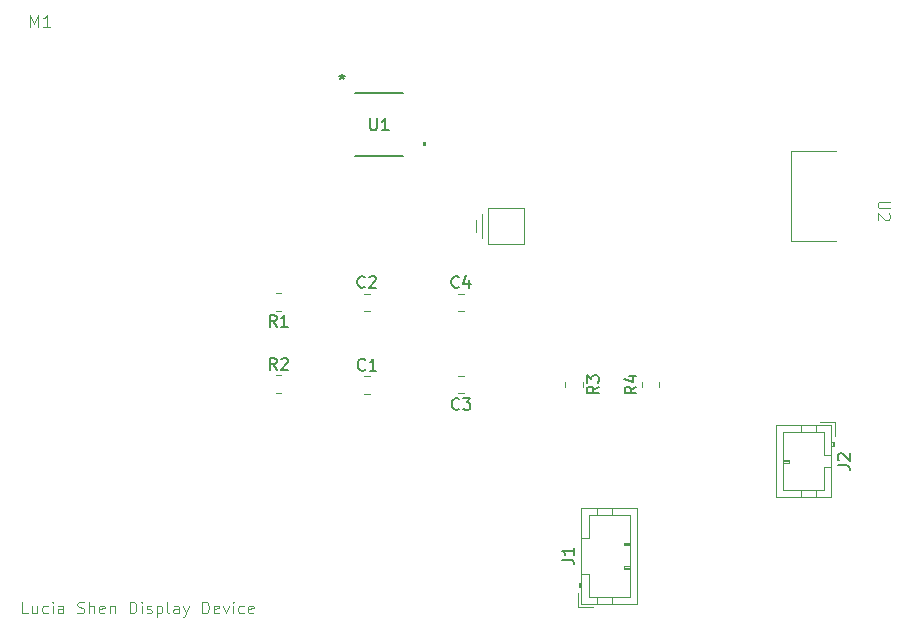
<source format=gbr>
%TF.GenerationSoftware,KiCad,Pcbnew,9.0.6*%
%TF.CreationDate,2026-02-22T18:14:21-08:00*%
%TF.ProjectId,display,64697370-6c61-4792-9e6b-696361645f70,rev?*%
%TF.SameCoordinates,Original*%
%TF.FileFunction,Legend,Top*%
%TF.FilePolarity,Positive*%
%FSLAX46Y46*%
G04 Gerber Fmt 4.6, Leading zero omitted, Abs format (unit mm)*
G04 Created by KiCad (PCBNEW 9.0.6) date 2026-02-22 18:14:21*
%MOMM*%
%LPD*%
G01*
G04 APERTURE LIST*
%ADD10C,0.100000*%
%ADD11C,0.150000*%
%ADD12C,0.120000*%
%ADD13C,0.000000*%
%ADD14C,0.152400*%
G04 APERTURE END LIST*
D10*
X111780074Y-130372419D02*
X111303884Y-130372419D01*
X111303884Y-130372419D02*
X111303884Y-129372419D01*
X112541979Y-129705752D02*
X112541979Y-130372419D01*
X112113408Y-129705752D02*
X112113408Y-130229561D01*
X112113408Y-130229561D02*
X112161027Y-130324800D01*
X112161027Y-130324800D02*
X112256265Y-130372419D01*
X112256265Y-130372419D02*
X112399122Y-130372419D01*
X112399122Y-130372419D02*
X112494360Y-130324800D01*
X112494360Y-130324800D02*
X112541979Y-130277180D01*
X113446741Y-130324800D02*
X113351503Y-130372419D01*
X113351503Y-130372419D02*
X113161027Y-130372419D01*
X113161027Y-130372419D02*
X113065789Y-130324800D01*
X113065789Y-130324800D02*
X113018170Y-130277180D01*
X113018170Y-130277180D02*
X112970551Y-130181942D01*
X112970551Y-130181942D02*
X112970551Y-129896228D01*
X112970551Y-129896228D02*
X113018170Y-129800990D01*
X113018170Y-129800990D02*
X113065789Y-129753371D01*
X113065789Y-129753371D02*
X113161027Y-129705752D01*
X113161027Y-129705752D02*
X113351503Y-129705752D01*
X113351503Y-129705752D02*
X113446741Y-129753371D01*
X113875313Y-130372419D02*
X113875313Y-129705752D01*
X113875313Y-129372419D02*
X113827694Y-129420038D01*
X113827694Y-129420038D02*
X113875313Y-129467657D01*
X113875313Y-129467657D02*
X113922932Y-129420038D01*
X113922932Y-129420038D02*
X113875313Y-129372419D01*
X113875313Y-129372419D02*
X113875313Y-129467657D01*
X114780074Y-130372419D02*
X114780074Y-129848609D01*
X114780074Y-129848609D02*
X114732455Y-129753371D01*
X114732455Y-129753371D02*
X114637217Y-129705752D01*
X114637217Y-129705752D02*
X114446741Y-129705752D01*
X114446741Y-129705752D02*
X114351503Y-129753371D01*
X114780074Y-130324800D02*
X114684836Y-130372419D01*
X114684836Y-130372419D02*
X114446741Y-130372419D01*
X114446741Y-130372419D02*
X114351503Y-130324800D01*
X114351503Y-130324800D02*
X114303884Y-130229561D01*
X114303884Y-130229561D02*
X114303884Y-130134323D01*
X114303884Y-130134323D02*
X114351503Y-130039085D01*
X114351503Y-130039085D02*
X114446741Y-129991466D01*
X114446741Y-129991466D02*
X114684836Y-129991466D01*
X114684836Y-129991466D02*
X114780074Y-129943847D01*
X115970551Y-130324800D02*
X116113408Y-130372419D01*
X116113408Y-130372419D02*
X116351503Y-130372419D01*
X116351503Y-130372419D02*
X116446741Y-130324800D01*
X116446741Y-130324800D02*
X116494360Y-130277180D01*
X116494360Y-130277180D02*
X116541979Y-130181942D01*
X116541979Y-130181942D02*
X116541979Y-130086704D01*
X116541979Y-130086704D02*
X116494360Y-129991466D01*
X116494360Y-129991466D02*
X116446741Y-129943847D01*
X116446741Y-129943847D02*
X116351503Y-129896228D01*
X116351503Y-129896228D02*
X116161027Y-129848609D01*
X116161027Y-129848609D02*
X116065789Y-129800990D01*
X116065789Y-129800990D02*
X116018170Y-129753371D01*
X116018170Y-129753371D02*
X115970551Y-129658133D01*
X115970551Y-129658133D02*
X115970551Y-129562895D01*
X115970551Y-129562895D02*
X116018170Y-129467657D01*
X116018170Y-129467657D02*
X116065789Y-129420038D01*
X116065789Y-129420038D02*
X116161027Y-129372419D01*
X116161027Y-129372419D02*
X116399122Y-129372419D01*
X116399122Y-129372419D02*
X116541979Y-129420038D01*
X116970551Y-130372419D02*
X116970551Y-129372419D01*
X117399122Y-130372419D02*
X117399122Y-129848609D01*
X117399122Y-129848609D02*
X117351503Y-129753371D01*
X117351503Y-129753371D02*
X117256265Y-129705752D01*
X117256265Y-129705752D02*
X117113408Y-129705752D01*
X117113408Y-129705752D02*
X117018170Y-129753371D01*
X117018170Y-129753371D02*
X116970551Y-129800990D01*
X118256265Y-130324800D02*
X118161027Y-130372419D01*
X118161027Y-130372419D02*
X117970551Y-130372419D01*
X117970551Y-130372419D02*
X117875313Y-130324800D01*
X117875313Y-130324800D02*
X117827694Y-130229561D01*
X117827694Y-130229561D02*
X117827694Y-129848609D01*
X117827694Y-129848609D02*
X117875313Y-129753371D01*
X117875313Y-129753371D02*
X117970551Y-129705752D01*
X117970551Y-129705752D02*
X118161027Y-129705752D01*
X118161027Y-129705752D02*
X118256265Y-129753371D01*
X118256265Y-129753371D02*
X118303884Y-129848609D01*
X118303884Y-129848609D02*
X118303884Y-129943847D01*
X118303884Y-129943847D02*
X117827694Y-130039085D01*
X118732456Y-129705752D02*
X118732456Y-130372419D01*
X118732456Y-129800990D02*
X118780075Y-129753371D01*
X118780075Y-129753371D02*
X118875313Y-129705752D01*
X118875313Y-129705752D02*
X119018170Y-129705752D01*
X119018170Y-129705752D02*
X119113408Y-129753371D01*
X119113408Y-129753371D02*
X119161027Y-129848609D01*
X119161027Y-129848609D02*
X119161027Y-130372419D01*
X120399123Y-130372419D02*
X120399123Y-129372419D01*
X120399123Y-129372419D02*
X120637218Y-129372419D01*
X120637218Y-129372419D02*
X120780075Y-129420038D01*
X120780075Y-129420038D02*
X120875313Y-129515276D01*
X120875313Y-129515276D02*
X120922932Y-129610514D01*
X120922932Y-129610514D02*
X120970551Y-129800990D01*
X120970551Y-129800990D02*
X120970551Y-129943847D01*
X120970551Y-129943847D02*
X120922932Y-130134323D01*
X120922932Y-130134323D02*
X120875313Y-130229561D01*
X120875313Y-130229561D02*
X120780075Y-130324800D01*
X120780075Y-130324800D02*
X120637218Y-130372419D01*
X120637218Y-130372419D02*
X120399123Y-130372419D01*
X121399123Y-130372419D02*
X121399123Y-129705752D01*
X121399123Y-129372419D02*
X121351504Y-129420038D01*
X121351504Y-129420038D02*
X121399123Y-129467657D01*
X121399123Y-129467657D02*
X121446742Y-129420038D01*
X121446742Y-129420038D02*
X121399123Y-129372419D01*
X121399123Y-129372419D02*
X121399123Y-129467657D01*
X121827694Y-130324800D02*
X121922932Y-130372419D01*
X121922932Y-130372419D02*
X122113408Y-130372419D01*
X122113408Y-130372419D02*
X122208646Y-130324800D01*
X122208646Y-130324800D02*
X122256265Y-130229561D01*
X122256265Y-130229561D02*
X122256265Y-130181942D01*
X122256265Y-130181942D02*
X122208646Y-130086704D01*
X122208646Y-130086704D02*
X122113408Y-130039085D01*
X122113408Y-130039085D02*
X121970551Y-130039085D01*
X121970551Y-130039085D02*
X121875313Y-129991466D01*
X121875313Y-129991466D02*
X121827694Y-129896228D01*
X121827694Y-129896228D02*
X121827694Y-129848609D01*
X121827694Y-129848609D02*
X121875313Y-129753371D01*
X121875313Y-129753371D02*
X121970551Y-129705752D01*
X121970551Y-129705752D02*
X122113408Y-129705752D01*
X122113408Y-129705752D02*
X122208646Y-129753371D01*
X122684837Y-129705752D02*
X122684837Y-130705752D01*
X122684837Y-129753371D02*
X122780075Y-129705752D01*
X122780075Y-129705752D02*
X122970551Y-129705752D01*
X122970551Y-129705752D02*
X123065789Y-129753371D01*
X123065789Y-129753371D02*
X123113408Y-129800990D01*
X123113408Y-129800990D02*
X123161027Y-129896228D01*
X123161027Y-129896228D02*
X123161027Y-130181942D01*
X123161027Y-130181942D02*
X123113408Y-130277180D01*
X123113408Y-130277180D02*
X123065789Y-130324800D01*
X123065789Y-130324800D02*
X122970551Y-130372419D01*
X122970551Y-130372419D02*
X122780075Y-130372419D01*
X122780075Y-130372419D02*
X122684837Y-130324800D01*
X123732456Y-130372419D02*
X123637218Y-130324800D01*
X123637218Y-130324800D02*
X123589599Y-130229561D01*
X123589599Y-130229561D02*
X123589599Y-129372419D01*
X124541980Y-130372419D02*
X124541980Y-129848609D01*
X124541980Y-129848609D02*
X124494361Y-129753371D01*
X124494361Y-129753371D02*
X124399123Y-129705752D01*
X124399123Y-129705752D02*
X124208647Y-129705752D01*
X124208647Y-129705752D02*
X124113409Y-129753371D01*
X124541980Y-130324800D02*
X124446742Y-130372419D01*
X124446742Y-130372419D02*
X124208647Y-130372419D01*
X124208647Y-130372419D02*
X124113409Y-130324800D01*
X124113409Y-130324800D02*
X124065790Y-130229561D01*
X124065790Y-130229561D02*
X124065790Y-130134323D01*
X124065790Y-130134323D02*
X124113409Y-130039085D01*
X124113409Y-130039085D02*
X124208647Y-129991466D01*
X124208647Y-129991466D02*
X124446742Y-129991466D01*
X124446742Y-129991466D02*
X124541980Y-129943847D01*
X124922933Y-129705752D02*
X125161028Y-130372419D01*
X125399123Y-129705752D02*
X125161028Y-130372419D01*
X125161028Y-130372419D02*
X125065790Y-130610514D01*
X125065790Y-130610514D02*
X125018171Y-130658133D01*
X125018171Y-130658133D02*
X124922933Y-130705752D01*
X126541981Y-130372419D02*
X126541981Y-129372419D01*
X126541981Y-129372419D02*
X126780076Y-129372419D01*
X126780076Y-129372419D02*
X126922933Y-129420038D01*
X126922933Y-129420038D02*
X127018171Y-129515276D01*
X127018171Y-129515276D02*
X127065790Y-129610514D01*
X127065790Y-129610514D02*
X127113409Y-129800990D01*
X127113409Y-129800990D02*
X127113409Y-129943847D01*
X127113409Y-129943847D02*
X127065790Y-130134323D01*
X127065790Y-130134323D02*
X127018171Y-130229561D01*
X127018171Y-130229561D02*
X126922933Y-130324800D01*
X126922933Y-130324800D02*
X126780076Y-130372419D01*
X126780076Y-130372419D02*
X126541981Y-130372419D01*
X127922933Y-130324800D02*
X127827695Y-130372419D01*
X127827695Y-130372419D02*
X127637219Y-130372419D01*
X127637219Y-130372419D02*
X127541981Y-130324800D01*
X127541981Y-130324800D02*
X127494362Y-130229561D01*
X127494362Y-130229561D02*
X127494362Y-129848609D01*
X127494362Y-129848609D02*
X127541981Y-129753371D01*
X127541981Y-129753371D02*
X127637219Y-129705752D01*
X127637219Y-129705752D02*
X127827695Y-129705752D01*
X127827695Y-129705752D02*
X127922933Y-129753371D01*
X127922933Y-129753371D02*
X127970552Y-129848609D01*
X127970552Y-129848609D02*
X127970552Y-129943847D01*
X127970552Y-129943847D02*
X127494362Y-130039085D01*
X128303886Y-129705752D02*
X128541981Y-130372419D01*
X128541981Y-130372419D02*
X128780076Y-129705752D01*
X129161029Y-130372419D02*
X129161029Y-129705752D01*
X129161029Y-129372419D02*
X129113410Y-129420038D01*
X129113410Y-129420038D02*
X129161029Y-129467657D01*
X129161029Y-129467657D02*
X129208648Y-129420038D01*
X129208648Y-129420038D02*
X129161029Y-129372419D01*
X129161029Y-129372419D02*
X129161029Y-129467657D01*
X130065790Y-130324800D02*
X129970552Y-130372419D01*
X129970552Y-130372419D02*
X129780076Y-130372419D01*
X129780076Y-130372419D02*
X129684838Y-130324800D01*
X129684838Y-130324800D02*
X129637219Y-130277180D01*
X129637219Y-130277180D02*
X129589600Y-130181942D01*
X129589600Y-130181942D02*
X129589600Y-129896228D01*
X129589600Y-129896228D02*
X129637219Y-129800990D01*
X129637219Y-129800990D02*
X129684838Y-129753371D01*
X129684838Y-129753371D02*
X129780076Y-129705752D01*
X129780076Y-129705752D02*
X129970552Y-129705752D01*
X129970552Y-129705752D02*
X130065790Y-129753371D01*
X130875314Y-130324800D02*
X130780076Y-130372419D01*
X130780076Y-130372419D02*
X130589600Y-130372419D01*
X130589600Y-130372419D02*
X130494362Y-130324800D01*
X130494362Y-130324800D02*
X130446743Y-130229561D01*
X130446743Y-130229561D02*
X130446743Y-129848609D01*
X130446743Y-129848609D02*
X130494362Y-129753371D01*
X130494362Y-129753371D02*
X130589600Y-129705752D01*
X130589600Y-129705752D02*
X130780076Y-129705752D01*
X130780076Y-129705752D02*
X130875314Y-129753371D01*
X130875314Y-129753371D02*
X130922933Y-129848609D01*
X130922933Y-129848609D02*
X130922933Y-129943847D01*
X130922933Y-129943847D02*
X130446743Y-130039085D01*
D11*
X180354819Y-117833333D02*
X181069104Y-117833333D01*
X181069104Y-117833333D02*
X181211961Y-117880952D01*
X181211961Y-117880952D02*
X181307200Y-117976190D01*
X181307200Y-117976190D02*
X181354819Y-118119047D01*
X181354819Y-118119047D02*
X181354819Y-118214285D01*
X180450057Y-117404761D02*
X180402438Y-117357142D01*
X180402438Y-117357142D02*
X180354819Y-117261904D01*
X180354819Y-117261904D02*
X180354819Y-117023809D01*
X180354819Y-117023809D02*
X180402438Y-116928571D01*
X180402438Y-116928571D02*
X180450057Y-116880952D01*
X180450057Y-116880952D02*
X180545295Y-116833333D01*
X180545295Y-116833333D02*
X180640533Y-116833333D01*
X180640533Y-116833333D02*
X180783390Y-116880952D01*
X180783390Y-116880952D02*
X181354819Y-117452380D01*
X181354819Y-117452380D02*
X181354819Y-116833333D01*
D10*
X184742580Y-95508095D02*
X183933057Y-95508095D01*
X183933057Y-95508095D02*
X183837819Y-95555714D01*
X183837819Y-95555714D02*
X183790200Y-95603333D01*
X183790200Y-95603333D02*
X183742580Y-95698571D01*
X183742580Y-95698571D02*
X183742580Y-95889047D01*
X183742580Y-95889047D02*
X183790200Y-95984285D01*
X183790200Y-95984285D02*
X183837819Y-96031904D01*
X183837819Y-96031904D02*
X183933057Y-96079523D01*
X183933057Y-96079523D02*
X184742580Y-96079523D01*
X184647342Y-96508095D02*
X184694961Y-96555714D01*
X184694961Y-96555714D02*
X184742580Y-96650952D01*
X184742580Y-96650952D02*
X184742580Y-96889047D01*
X184742580Y-96889047D02*
X184694961Y-96984285D01*
X184694961Y-96984285D02*
X184647342Y-97031904D01*
X184647342Y-97031904D02*
X184552104Y-97079523D01*
X184552104Y-97079523D02*
X184456866Y-97079523D01*
X184456866Y-97079523D02*
X184314009Y-97031904D01*
X184314009Y-97031904D02*
X183742580Y-96460476D01*
X183742580Y-96460476D02*
X183742580Y-97079523D01*
D11*
X140738095Y-88454819D02*
X140738095Y-89264342D01*
X140738095Y-89264342D02*
X140785714Y-89359580D01*
X140785714Y-89359580D02*
X140833333Y-89407200D01*
X140833333Y-89407200D02*
X140928571Y-89454819D01*
X140928571Y-89454819D02*
X141119047Y-89454819D01*
X141119047Y-89454819D02*
X141214285Y-89407200D01*
X141214285Y-89407200D02*
X141261904Y-89359580D01*
X141261904Y-89359580D02*
X141309523Y-89264342D01*
X141309523Y-89264342D02*
X141309523Y-88454819D01*
X142309523Y-89454819D02*
X141738095Y-89454819D01*
X142023809Y-89454819D02*
X142023809Y-88454819D01*
X142023809Y-88454819D02*
X141928571Y-88597676D01*
X141928571Y-88597676D02*
X141833333Y-88692914D01*
X141833333Y-88692914D02*
X141738095Y-88740533D01*
X138375800Y-84732018D02*
X138375800Y-84970113D01*
X138137705Y-84874875D02*
X138375800Y-84970113D01*
X138375800Y-84970113D02*
X138613895Y-84874875D01*
X138232943Y-85160589D02*
X138375800Y-84970113D01*
X138375800Y-84970113D02*
X138518657Y-85160589D01*
X138375800Y-84732018D02*
X138375800Y-84970113D01*
X138137705Y-84874875D02*
X138375800Y-84970113D01*
X138375800Y-84970113D02*
X138613895Y-84874875D01*
X138232943Y-85160589D02*
X138375800Y-84970113D01*
X138375800Y-84970113D02*
X138518657Y-85160589D01*
X163304819Y-111166666D02*
X162828628Y-111499999D01*
X163304819Y-111738094D02*
X162304819Y-111738094D01*
X162304819Y-111738094D02*
X162304819Y-111357142D01*
X162304819Y-111357142D02*
X162352438Y-111261904D01*
X162352438Y-111261904D02*
X162400057Y-111214285D01*
X162400057Y-111214285D02*
X162495295Y-111166666D01*
X162495295Y-111166666D02*
X162638152Y-111166666D01*
X162638152Y-111166666D02*
X162733390Y-111214285D01*
X162733390Y-111214285D02*
X162781009Y-111261904D01*
X162781009Y-111261904D02*
X162828628Y-111357142D01*
X162828628Y-111357142D02*
X162828628Y-111738094D01*
X162638152Y-110309523D02*
X163304819Y-110309523D01*
X162257200Y-110547618D02*
X162971485Y-110785713D01*
X162971485Y-110785713D02*
X162971485Y-110166666D01*
X160104819Y-111166666D02*
X159628628Y-111499999D01*
X160104819Y-111738094D02*
X159104819Y-111738094D01*
X159104819Y-111738094D02*
X159104819Y-111357142D01*
X159104819Y-111357142D02*
X159152438Y-111261904D01*
X159152438Y-111261904D02*
X159200057Y-111214285D01*
X159200057Y-111214285D02*
X159295295Y-111166666D01*
X159295295Y-111166666D02*
X159438152Y-111166666D01*
X159438152Y-111166666D02*
X159533390Y-111214285D01*
X159533390Y-111214285D02*
X159581009Y-111261904D01*
X159581009Y-111261904D02*
X159628628Y-111357142D01*
X159628628Y-111357142D02*
X159628628Y-111738094D01*
X159104819Y-110833332D02*
X159104819Y-110214285D01*
X159104819Y-110214285D02*
X159485771Y-110547618D01*
X159485771Y-110547618D02*
X159485771Y-110404761D01*
X159485771Y-110404761D02*
X159533390Y-110309523D01*
X159533390Y-110309523D02*
X159581009Y-110261904D01*
X159581009Y-110261904D02*
X159676247Y-110214285D01*
X159676247Y-110214285D02*
X159914342Y-110214285D01*
X159914342Y-110214285D02*
X160009580Y-110261904D01*
X160009580Y-110261904D02*
X160057200Y-110309523D01*
X160057200Y-110309523D02*
X160104819Y-110404761D01*
X160104819Y-110404761D02*
X160104819Y-110690475D01*
X160104819Y-110690475D02*
X160057200Y-110785713D01*
X160057200Y-110785713D02*
X160009580Y-110833332D01*
X132833333Y-109767319D02*
X132500000Y-109291128D01*
X132261905Y-109767319D02*
X132261905Y-108767319D01*
X132261905Y-108767319D02*
X132642857Y-108767319D01*
X132642857Y-108767319D02*
X132738095Y-108814938D01*
X132738095Y-108814938D02*
X132785714Y-108862557D01*
X132785714Y-108862557D02*
X132833333Y-108957795D01*
X132833333Y-108957795D02*
X132833333Y-109100652D01*
X132833333Y-109100652D02*
X132785714Y-109195890D01*
X132785714Y-109195890D02*
X132738095Y-109243509D01*
X132738095Y-109243509D02*
X132642857Y-109291128D01*
X132642857Y-109291128D02*
X132261905Y-109291128D01*
X133214286Y-108862557D02*
X133261905Y-108814938D01*
X133261905Y-108814938D02*
X133357143Y-108767319D01*
X133357143Y-108767319D02*
X133595238Y-108767319D01*
X133595238Y-108767319D02*
X133690476Y-108814938D01*
X133690476Y-108814938D02*
X133738095Y-108862557D01*
X133738095Y-108862557D02*
X133785714Y-108957795D01*
X133785714Y-108957795D02*
X133785714Y-109053033D01*
X133785714Y-109053033D02*
X133738095Y-109195890D01*
X133738095Y-109195890D02*
X133166667Y-109767319D01*
X133166667Y-109767319D02*
X133785714Y-109767319D01*
X132833333Y-106104819D02*
X132500000Y-105628628D01*
X132261905Y-106104819D02*
X132261905Y-105104819D01*
X132261905Y-105104819D02*
X132642857Y-105104819D01*
X132642857Y-105104819D02*
X132738095Y-105152438D01*
X132738095Y-105152438D02*
X132785714Y-105200057D01*
X132785714Y-105200057D02*
X132833333Y-105295295D01*
X132833333Y-105295295D02*
X132833333Y-105438152D01*
X132833333Y-105438152D02*
X132785714Y-105533390D01*
X132785714Y-105533390D02*
X132738095Y-105581009D01*
X132738095Y-105581009D02*
X132642857Y-105628628D01*
X132642857Y-105628628D02*
X132261905Y-105628628D01*
X133785714Y-106104819D02*
X133214286Y-106104819D01*
X133500000Y-106104819D02*
X133500000Y-105104819D01*
X133500000Y-105104819D02*
X133404762Y-105247676D01*
X133404762Y-105247676D02*
X133309524Y-105342914D01*
X133309524Y-105342914D02*
X133214286Y-105390533D01*
X157004819Y-125833333D02*
X157719104Y-125833333D01*
X157719104Y-125833333D02*
X157861961Y-125880952D01*
X157861961Y-125880952D02*
X157957200Y-125976190D01*
X157957200Y-125976190D02*
X158004819Y-126119047D01*
X158004819Y-126119047D02*
X158004819Y-126214285D01*
X158004819Y-124833333D02*
X158004819Y-125404761D01*
X158004819Y-125119047D02*
X157004819Y-125119047D01*
X157004819Y-125119047D02*
X157147676Y-125214285D01*
X157147676Y-125214285D02*
X157242914Y-125309523D01*
X157242914Y-125309523D02*
X157290533Y-125404761D01*
X148258333Y-102717080D02*
X148210714Y-102764700D01*
X148210714Y-102764700D02*
X148067857Y-102812319D01*
X148067857Y-102812319D02*
X147972619Y-102812319D01*
X147972619Y-102812319D02*
X147829762Y-102764700D01*
X147829762Y-102764700D02*
X147734524Y-102669461D01*
X147734524Y-102669461D02*
X147686905Y-102574223D01*
X147686905Y-102574223D02*
X147639286Y-102383747D01*
X147639286Y-102383747D02*
X147639286Y-102240890D01*
X147639286Y-102240890D02*
X147686905Y-102050414D01*
X147686905Y-102050414D02*
X147734524Y-101955176D01*
X147734524Y-101955176D02*
X147829762Y-101859938D01*
X147829762Y-101859938D02*
X147972619Y-101812319D01*
X147972619Y-101812319D02*
X148067857Y-101812319D01*
X148067857Y-101812319D02*
X148210714Y-101859938D01*
X148210714Y-101859938D02*
X148258333Y-101907557D01*
X149115476Y-102145652D02*
X149115476Y-102812319D01*
X148877381Y-101764700D02*
X148639286Y-102478985D01*
X148639286Y-102478985D02*
X149258333Y-102478985D01*
X148295833Y-113039580D02*
X148248214Y-113087200D01*
X148248214Y-113087200D02*
X148105357Y-113134819D01*
X148105357Y-113134819D02*
X148010119Y-113134819D01*
X148010119Y-113134819D02*
X147867262Y-113087200D01*
X147867262Y-113087200D02*
X147772024Y-112991961D01*
X147772024Y-112991961D02*
X147724405Y-112896723D01*
X147724405Y-112896723D02*
X147676786Y-112706247D01*
X147676786Y-112706247D02*
X147676786Y-112563390D01*
X147676786Y-112563390D02*
X147724405Y-112372914D01*
X147724405Y-112372914D02*
X147772024Y-112277676D01*
X147772024Y-112277676D02*
X147867262Y-112182438D01*
X147867262Y-112182438D02*
X148010119Y-112134819D01*
X148010119Y-112134819D02*
X148105357Y-112134819D01*
X148105357Y-112134819D02*
X148248214Y-112182438D01*
X148248214Y-112182438D02*
X148295833Y-112230057D01*
X148629167Y-112134819D02*
X149248214Y-112134819D01*
X149248214Y-112134819D02*
X148914881Y-112515771D01*
X148914881Y-112515771D02*
X149057738Y-112515771D01*
X149057738Y-112515771D02*
X149152976Y-112563390D01*
X149152976Y-112563390D02*
X149200595Y-112611009D01*
X149200595Y-112611009D02*
X149248214Y-112706247D01*
X149248214Y-112706247D02*
X149248214Y-112944342D01*
X149248214Y-112944342D02*
X149200595Y-113039580D01*
X149200595Y-113039580D02*
X149152976Y-113087200D01*
X149152976Y-113087200D02*
X149057738Y-113134819D01*
X149057738Y-113134819D02*
X148772024Y-113134819D01*
X148772024Y-113134819D02*
X148676786Y-113087200D01*
X148676786Y-113087200D02*
X148629167Y-113039580D01*
X140295833Y-102717080D02*
X140248214Y-102764700D01*
X140248214Y-102764700D02*
X140105357Y-102812319D01*
X140105357Y-102812319D02*
X140010119Y-102812319D01*
X140010119Y-102812319D02*
X139867262Y-102764700D01*
X139867262Y-102764700D02*
X139772024Y-102669461D01*
X139772024Y-102669461D02*
X139724405Y-102574223D01*
X139724405Y-102574223D02*
X139676786Y-102383747D01*
X139676786Y-102383747D02*
X139676786Y-102240890D01*
X139676786Y-102240890D02*
X139724405Y-102050414D01*
X139724405Y-102050414D02*
X139772024Y-101955176D01*
X139772024Y-101955176D02*
X139867262Y-101859938D01*
X139867262Y-101859938D02*
X140010119Y-101812319D01*
X140010119Y-101812319D02*
X140105357Y-101812319D01*
X140105357Y-101812319D02*
X140248214Y-101859938D01*
X140248214Y-101859938D02*
X140295833Y-101907557D01*
X140676786Y-101907557D02*
X140724405Y-101859938D01*
X140724405Y-101859938D02*
X140819643Y-101812319D01*
X140819643Y-101812319D02*
X141057738Y-101812319D01*
X141057738Y-101812319D02*
X141152976Y-101859938D01*
X141152976Y-101859938D02*
X141200595Y-101907557D01*
X141200595Y-101907557D02*
X141248214Y-102002795D01*
X141248214Y-102002795D02*
X141248214Y-102098033D01*
X141248214Y-102098033D02*
X141200595Y-102240890D01*
X141200595Y-102240890D02*
X140629167Y-102812319D01*
X140629167Y-102812319D02*
X141248214Y-102812319D01*
X140333333Y-109717080D02*
X140285714Y-109764700D01*
X140285714Y-109764700D02*
X140142857Y-109812319D01*
X140142857Y-109812319D02*
X140047619Y-109812319D01*
X140047619Y-109812319D02*
X139904762Y-109764700D01*
X139904762Y-109764700D02*
X139809524Y-109669461D01*
X139809524Y-109669461D02*
X139761905Y-109574223D01*
X139761905Y-109574223D02*
X139714286Y-109383747D01*
X139714286Y-109383747D02*
X139714286Y-109240890D01*
X139714286Y-109240890D02*
X139761905Y-109050414D01*
X139761905Y-109050414D02*
X139809524Y-108955176D01*
X139809524Y-108955176D02*
X139904762Y-108859938D01*
X139904762Y-108859938D02*
X140047619Y-108812319D01*
X140047619Y-108812319D02*
X140142857Y-108812319D01*
X140142857Y-108812319D02*
X140285714Y-108859938D01*
X140285714Y-108859938D02*
X140333333Y-108907557D01*
X141285714Y-109812319D02*
X140714286Y-109812319D01*
X141000000Y-109812319D02*
X141000000Y-108812319D01*
X141000000Y-108812319D02*
X140904762Y-108955176D01*
X140904762Y-108955176D02*
X140809524Y-109050414D01*
X140809524Y-109050414D02*
X140714286Y-109098033D01*
D10*
X111990476Y-80717419D02*
X111990476Y-79717419D01*
X111990476Y-79717419D02*
X112323809Y-80431704D01*
X112323809Y-80431704D02*
X112657142Y-79717419D01*
X112657142Y-79717419D02*
X112657142Y-80717419D01*
X113657142Y-80717419D02*
X113085714Y-80717419D01*
X113371428Y-80717419D02*
X113371428Y-79717419D01*
X113371428Y-79717419D02*
X113276190Y-79860276D01*
X113276190Y-79860276D02*
X113180952Y-79955514D01*
X113180952Y-79955514D02*
X113085714Y-80003133D01*
D12*
%TO.C,J2*%
X175090000Y-120560000D02*
X179810000Y-120560000D01*
X177200000Y-120560000D02*
X177200000Y-119950000D01*
X178500000Y-120560000D02*
X178500000Y-119950000D01*
X179810000Y-120560000D02*
X179810000Y-114440000D01*
X175700000Y-119950000D02*
X179200000Y-119950000D01*
X179200000Y-119950000D02*
X179200000Y-118000000D01*
X179200000Y-118000000D02*
X179810000Y-118000000D01*
X176200000Y-117600000D02*
X175700000Y-117600000D01*
X175700000Y-117500000D02*
X176200000Y-117500000D01*
X175700000Y-117400000D02*
X176200000Y-117400000D01*
X176200000Y-117400000D02*
X176200000Y-117600000D01*
X179200000Y-117000000D02*
X179200000Y-115050000D01*
X179810000Y-117000000D02*
X179200000Y-117000000D01*
X179810000Y-116200000D02*
X180010000Y-116200000D01*
X179910000Y-116200000D02*
X179910000Y-115900000D01*
X180010000Y-116200000D02*
X180010000Y-115900000D01*
X180010000Y-115900000D02*
X179810000Y-115900000D01*
X180110000Y-115390000D02*
X180110000Y-114140000D01*
X175700000Y-115050000D02*
X175700000Y-119950000D01*
X179200000Y-115050000D02*
X175700000Y-115050000D01*
X175090000Y-114440000D02*
X175090000Y-120560000D01*
X177200000Y-114440000D02*
X177200000Y-115050000D01*
X178500000Y-114440000D02*
X178500000Y-115050000D01*
X179810000Y-114440000D02*
X175090000Y-114440000D01*
X180110000Y-114140000D02*
X178860000Y-114140000D01*
D10*
%TO.C,U2*%
X180160000Y-91190000D02*
X176350000Y-91190000D01*
X176350000Y-91190000D02*
X176350000Y-98810000D01*
X153744000Y-96016000D02*
X153744000Y-99064000D01*
X150696000Y-96016000D02*
X153744000Y-96016000D01*
X150188000Y-96524000D02*
X150188000Y-98556000D01*
X149680000Y-97032000D02*
X149680000Y-98048000D01*
X176350000Y-98810000D02*
X180160000Y-98810000D01*
X153744000Y-99064000D02*
X150696000Y-99064000D01*
X150696000Y-99064000D02*
X150696000Y-96016000D01*
D13*
%TO.C,U1*%
G36*
X145462400Y-90815501D02*
G01*
X145208400Y-90815501D01*
X145208400Y-90434501D01*
X145462400Y-90434501D01*
X145462400Y-90815501D01*
G37*
D14*
X139430934Y-91679700D02*
X143569066Y-91679700D01*
X143569066Y-86320300D02*
X139430934Y-86320300D01*
D12*
%TO.C,R4*%
X163765000Y-111227064D02*
X163765000Y-110772936D01*
X165235000Y-111227064D02*
X165235000Y-110772936D01*
%TO.C,R3*%
X158735000Y-110772936D02*
X158735000Y-111227064D01*
X157265000Y-110772936D02*
X157265000Y-111227064D01*
%TO.C,R2*%
X132772936Y-110227500D02*
X133227064Y-110227500D01*
X132772936Y-111697500D02*
X133227064Y-111697500D01*
%TO.C,R1*%
X133227064Y-104735000D02*
X132772936Y-104735000D01*
X133227064Y-103265000D02*
X132772936Y-103265000D01*
%TO.C,J1*%
X158340000Y-129860000D02*
X159590000Y-129860000D01*
X158640000Y-129560000D02*
X163360000Y-129560000D01*
X159950000Y-129560000D02*
X159950000Y-128950000D01*
X161250000Y-129560000D02*
X161250000Y-128950000D01*
X163360000Y-129560000D02*
X163360000Y-121440000D01*
X159250000Y-128950000D02*
X162750000Y-128950000D01*
X162750000Y-128950000D02*
X162750000Y-122050000D01*
X158340000Y-128610000D02*
X158340000Y-129860000D01*
X158440000Y-128100000D02*
X158640000Y-128100000D01*
X158440000Y-127800000D02*
X158440000Y-128100000D01*
X158540000Y-127800000D02*
X158540000Y-128100000D01*
X158640000Y-127800000D02*
X158440000Y-127800000D01*
X158640000Y-127000000D02*
X159250000Y-127000000D01*
X159250000Y-127000000D02*
X159250000Y-128950000D01*
X162250000Y-126600000D02*
X162250000Y-126400000D01*
X162750000Y-126600000D02*
X162250000Y-126600000D01*
X162750000Y-126500000D02*
X162250000Y-126500000D01*
X162250000Y-126400000D02*
X162750000Y-126400000D01*
X162250000Y-124600000D02*
X162250000Y-124400000D01*
X162750000Y-124600000D02*
X162250000Y-124600000D01*
X162750000Y-124500000D02*
X162250000Y-124500000D01*
X162250000Y-124400000D02*
X162750000Y-124400000D01*
X159250000Y-124000000D02*
X158640000Y-124000000D01*
X159250000Y-122050000D02*
X159250000Y-124000000D01*
X162750000Y-122050000D02*
X159250000Y-122050000D01*
X158640000Y-121440000D02*
X158640000Y-129560000D01*
X159950000Y-121440000D02*
X159950000Y-122050000D01*
X161250000Y-121440000D02*
X161250000Y-122050000D01*
X163360000Y-121440000D02*
X158640000Y-121440000D01*
%TO.C,C4*%
X148163748Y-103302500D02*
X148686252Y-103302500D01*
X148163748Y-104772500D02*
X148686252Y-104772500D01*
%TO.C,C3*%
X148723752Y-111735000D02*
X148201248Y-111735000D01*
X148723752Y-110265000D02*
X148201248Y-110265000D01*
%TO.C,C2*%
X140201248Y-103302500D02*
X140723752Y-103302500D01*
X140201248Y-104772500D02*
X140723752Y-104772500D01*
%TO.C,C1*%
X140238748Y-110302500D02*
X140761252Y-110302500D01*
X140238748Y-111772500D02*
X140761252Y-111772500D01*
%TD*%
M02*

</source>
